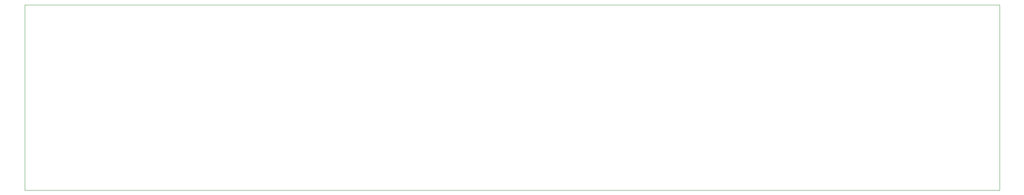
<source format=gko>
G04 #@! TF.FileFunction,Profile,NP*
%FSLAX46Y46*%
G04 Gerber Fmt 4.6, Leading zero omitted, Abs format (unit mm)*
G04 Created by KiCad (PCBNEW (after 2015-mar-04 BZR unknown)-product) date Mon Jun 22 13:07:46 2015*
%MOMM*%
G01*
G04 APERTURE LIST*
%ADD10C,0.100000*%
G04 APERTURE END LIST*
D10*
X55000000Y-128500000D02*
X55000000Y-86500000D01*
X275000000Y-86500000D02*
X275000000Y-128500000D01*
X275000000Y-128500000D02*
X55000000Y-128500000D01*
X55000000Y-86500000D02*
X275000000Y-86500000D01*
M02*

</source>
